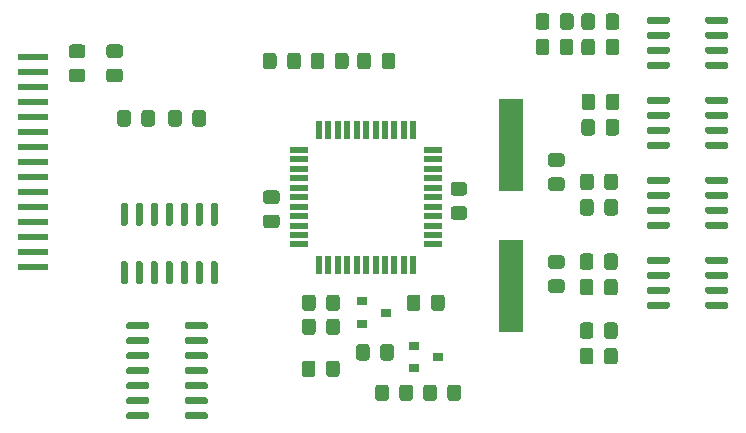
<source format=gbr>
%TF.GenerationSoftware,KiCad,Pcbnew,(5.1.6)-1*%
%TF.CreationDate,2020-05-27T22:40:41+03:00*%
%TF.ProjectId,MD-100 Emulator,4d442d31-3030-4204-956d-756c61746f72,rev?*%
%TF.SameCoordinates,Original*%
%TF.FileFunction,Paste,Top*%
%TF.FilePolarity,Positive*%
%FSLAX46Y46*%
G04 Gerber Fmt 4.6, Leading zero omitted, Abs format (unit mm)*
G04 Created by KiCad (PCBNEW (5.1.6)-1) date 2020-05-27 22:40:41*
%MOMM*%
%LPD*%
G01*
G04 APERTURE LIST*
%ADD10R,2.000000X7.875000*%
%ADD11R,0.550000X1.500000*%
%ADD12R,1.500000X0.550000*%
%ADD13R,0.900000X0.800000*%
%ADD14R,2.540000X0.600000*%
G04 APERTURE END LIST*
%TO.C,U4*%
G36*
G01*
X142964000Y-124005000D02*
X142964000Y-124305000D01*
G75*
G02*
X142814000Y-124455000I-150000J0D01*
G01*
X141164000Y-124455000D01*
G75*
G02*
X141014000Y-124305000I0J150000D01*
G01*
X141014000Y-124005000D01*
G75*
G02*
X141164000Y-123855000I150000J0D01*
G01*
X142814000Y-123855000D01*
G75*
G02*
X142964000Y-124005000I0J-150000D01*
G01*
G37*
G36*
G01*
X142964000Y-122735000D02*
X142964000Y-123035000D01*
G75*
G02*
X142814000Y-123185000I-150000J0D01*
G01*
X141164000Y-123185000D01*
G75*
G02*
X141014000Y-123035000I0J150000D01*
G01*
X141014000Y-122735000D01*
G75*
G02*
X141164000Y-122585000I150000J0D01*
G01*
X142814000Y-122585000D01*
G75*
G02*
X142964000Y-122735000I0J-150000D01*
G01*
G37*
G36*
G01*
X142964000Y-121465000D02*
X142964000Y-121765000D01*
G75*
G02*
X142814000Y-121915000I-150000J0D01*
G01*
X141164000Y-121915000D01*
G75*
G02*
X141014000Y-121765000I0J150000D01*
G01*
X141014000Y-121465000D01*
G75*
G02*
X141164000Y-121315000I150000J0D01*
G01*
X142814000Y-121315000D01*
G75*
G02*
X142964000Y-121465000I0J-150000D01*
G01*
G37*
G36*
G01*
X142964000Y-120195000D02*
X142964000Y-120495000D01*
G75*
G02*
X142814000Y-120645000I-150000J0D01*
G01*
X141164000Y-120645000D01*
G75*
G02*
X141014000Y-120495000I0J150000D01*
G01*
X141014000Y-120195000D01*
G75*
G02*
X141164000Y-120045000I150000J0D01*
G01*
X142814000Y-120045000D01*
G75*
G02*
X142964000Y-120195000I0J-150000D01*
G01*
G37*
G36*
G01*
X147914000Y-120195000D02*
X147914000Y-120495000D01*
G75*
G02*
X147764000Y-120645000I-150000J0D01*
G01*
X146114000Y-120645000D01*
G75*
G02*
X145964000Y-120495000I0J150000D01*
G01*
X145964000Y-120195000D01*
G75*
G02*
X146114000Y-120045000I150000J0D01*
G01*
X147764000Y-120045000D01*
G75*
G02*
X147914000Y-120195000I0J-150000D01*
G01*
G37*
G36*
G01*
X147914000Y-121465000D02*
X147914000Y-121765000D01*
G75*
G02*
X147764000Y-121915000I-150000J0D01*
G01*
X146114000Y-121915000D01*
G75*
G02*
X145964000Y-121765000I0J150000D01*
G01*
X145964000Y-121465000D01*
G75*
G02*
X146114000Y-121315000I150000J0D01*
G01*
X147764000Y-121315000D01*
G75*
G02*
X147914000Y-121465000I0J-150000D01*
G01*
G37*
G36*
G01*
X147914000Y-122735000D02*
X147914000Y-123035000D01*
G75*
G02*
X147764000Y-123185000I-150000J0D01*
G01*
X146114000Y-123185000D01*
G75*
G02*
X145964000Y-123035000I0J150000D01*
G01*
X145964000Y-122735000D01*
G75*
G02*
X146114000Y-122585000I150000J0D01*
G01*
X147764000Y-122585000D01*
G75*
G02*
X147914000Y-122735000I0J-150000D01*
G01*
G37*
G36*
G01*
X147914000Y-124005000D02*
X147914000Y-124305000D01*
G75*
G02*
X147764000Y-124455000I-150000J0D01*
G01*
X146114000Y-124455000D01*
G75*
G02*
X145964000Y-124305000I0J150000D01*
G01*
X145964000Y-124005000D01*
G75*
G02*
X146114000Y-123855000I150000J0D01*
G01*
X147764000Y-123855000D01*
G75*
G02*
X147914000Y-124005000I0J-150000D01*
G01*
G37*
%TD*%
%TO.C,U3*%
G36*
G01*
X142961000Y-117249000D02*
X142961000Y-117549000D01*
G75*
G02*
X142811000Y-117699000I-150000J0D01*
G01*
X141161000Y-117699000D01*
G75*
G02*
X141011000Y-117549000I0J150000D01*
G01*
X141011000Y-117249000D01*
G75*
G02*
X141161000Y-117099000I150000J0D01*
G01*
X142811000Y-117099000D01*
G75*
G02*
X142961000Y-117249000I0J-150000D01*
G01*
G37*
G36*
G01*
X142961000Y-115979000D02*
X142961000Y-116279000D01*
G75*
G02*
X142811000Y-116429000I-150000J0D01*
G01*
X141161000Y-116429000D01*
G75*
G02*
X141011000Y-116279000I0J150000D01*
G01*
X141011000Y-115979000D01*
G75*
G02*
X141161000Y-115829000I150000J0D01*
G01*
X142811000Y-115829000D01*
G75*
G02*
X142961000Y-115979000I0J-150000D01*
G01*
G37*
G36*
G01*
X142961000Y-114709000D02*
X142961000Y-115009000D01*
G75*
G02*
X142811000Y-115159000I-150000J0D01*
G01*
X141161000Y-115159000D01*
G75*
G02*
X141011000Y-115009000I0J150000D01*
G01*
X141011000Y-114709000D01*
G75*
G02*
X141161000Y-114559000I150000J0D01*
G01*
X142811000Y-114559000D01*
G75*
G02*
X142961000Y-114709000I0J-150000D01*
G01*
G37*
G36*
G01*
X142961000Y-113439000D02*
X142961000Y-113739000D01*
G75*
G02*
X142811000Y-113889000I-150000J0D01*
G01*
X141161000Y-113889000D01*
G75*
G02*
X141011000Y-113739000I0J150000D01*
G01*
X141011000Y-113439000D01*
G75*
G02*
X141161000Y-113289000I150000J0D01*
G01*
X142811000Y-113289000D01*
G75*
G02*
X142961000Y-113439000I0J-150000D01*
G01*
G37*
G36*
G01*
X147911000Y-113439000D02*
X147911000Y-113739000D01*
G75*
G02*
X147761000Y-113889000I-150000J0D01*
G01*
X146111000Y-113889000D01*
G75*
G02*
X145961000Y-113739000I0J150000D01*
G01*
X145961000Y-113439000D01*
G75*
G02*
X146111000Y-113289000I150000J0D01*
G01*
X147761000Y-113289000D01*
G75*
G02*
X147911000Y-113439000I0J-150000D01*
G01*
G37*
G36*
G01*
X147911000Y-114709000D02*
X147911000Y-115009000D01*
G75*
G02*
X147761000Y-115159000I-150000J0D01*
G01*
X146111000Y-115159000D01*
G75*
G02*
X145961000Y-115009000I0J150000D01*
G01*
X145961000Y-114709000D01*
G75*
G02*
X146111000Y-114559000I150000J0D01*
G01*
X147761000Y-114559000D01*
G75*
G02*
X147911000Y-114709000I0J-150000D01*
G01*
G37*
G36*
G01*
X147911000Y-115979000D02*
X147911000Y-116279000D01*
G75*
G02*
X147761000Y-116429000I-150000J0D01*
G01*
X146111000Y-116429000D01*
G75*
G02*
X145961000Y-116279000I0J150000D01*
G01*
X145961000Y-115979000D01*
G75*
G02*
X146111000Y-115829000I150000J0D01*
G01*
X147761000Y-115829000D01*
G75*
G02*
X147911000Y-115979000I0J-150000D01*
G01*
G37*
G36*
G01*
X147911000Y-117249000D02*
X147911000Y-117549000D01*
G75*
G02*
X147761000Y-117699000I-150000J0D01*
G01*
X146111000Y-117699000D01*
G75*
G02*
X145961000Y-117549000I0J150000D01*
G01*
X145961000Y-117249000D01*
G75*
G02*
X146111000Y-117099000I150000J0D01*
G01*
X147761000Y-117099000D01*
G75*
G02*
X147911000Y-117249000I0J-150000D01*
G01*
G37*
%TD*%
%TO.C,U2*%
G36*
G01*
X142961000Y-110467000D02*
X142961000Y-110767000D01*
G75*
G02*
X142811000Y-110917000I-150000J0D01*
G01*
X141161000Y-110917000D01*
G75*
G02*
X141011000Y-110767000I0J150000D01*
G01*
X141011000Y-110467000D01*
G75*
G02*
X141161000Y-110317000I150000J0D01*
G01*
X142811000Y-110317000D01*
G75*
G02*
X142961000Y-110467000I0J-150000D01*
G01*
G37*
G36*
G01*
X142961000Y-109197000D02*
X142961000Y-109497000D01*
G75*
G02*
X142811000Y-109647000I-150000J0D01*
G01*
X141161000Y-109647000D01*
G75*
G02*
X141011000Y-109497000I0J150000D01*
G01*
X141011000Y-109197000D01*
G75*
G02*
X141161000Y-109047000I150000J0D01*
G01*
X142811000Y-109047000D01*
G75*
G02*
X142961000Y-109197000I0J-150000D01*
G01*
G37*
G36*
G01*
X142961000Y-107927000D02*
X142961000Y-108227000D01*
G75*
G02*
X142811000Y-108377000I-150000J0D01*
G01*
X141161000Y-108377000D01*
G75*
G02*
X141011000Y-108227000I0J150000D01*
G01*
X141011000Y-107927000D01*
G75*
G02*
X141161000Y-107777000I150000J0D01*
G01*
X142811000Y-107777000D01*
G75*
G02*
X142961000Y-107927000I0J-150000D01*
G01*
G37*
G36*
G01*
X142961000Y-106657000D02*
X142961000Y-106957000D01*
G75*
G02*
X142811000Y-107107000I-150000J0D01*
G01*
X141161000Y-107107000D01*
G75*
G02*
X141011000Y-106957000I0J150000D01*
G01*
X141011000Y-106657000D01*
G75*
G02*
X141161000Y-106507000I150000J0D01*
G01*
X142811000Y-106507000D01*
G75*
G02*
X142961000Y-106657000I0J-150000D01*
G01*
G37*
G36*
G01*
X147911000Y-106657000D02*
X147911000Y-106957000D01*
G75*
G02*
X147761000Y-107107000I-150000J0D01*
G01*
X146111000Y-107107000D01*
G75*
G02*
X145961000Y-106957000I0J150000D01*
G01*
X145961000Y-106657000D01*
G75*
G02*
X146111000Y-106507000I150000J0D01*
G01*
X147761000Y-106507000D01*
G75*
G02*
X147911000Y-106657000I0J-150000D01*
G01*
G37*
G36*
G01*
X147911000Y-107927000D02*
X147911000Y-108227000D01*
G75*
G02*
X147761000Y-108377000I-150000J0D01*
G01*
X146111000Y-108377000D01*
G75*
G02*
X145961000Y-108227000I0J150000D01*
G01*
X145961000Y-107927000D01*
G75*
G02*
X146111000Y-107777000I150000J0D01*
G01*
X147761000Y-107777000D01*
G75*
G02*
X147911000Y-107927000I0J-150000D01*
G01*
G37*
G36*
G01*
X147911000Y-109197000D02*
X147911000Y-109497000D01*
G75*
G02*
X147761000Y-109647000I-150000J0D01*
G01*
X146111000Y-109647000D01*
G75*
G02*
X145961000Y-109497000I0J150000D01*
G01*
X145961000Y-109197000D01*
G75*
G02*
X146111000Y-109047000I150000J0D01*
G01*
X147761000Y-109047000D01*
G75*
G02*
X147911000Y-109197000I0J-150000D01*
G01*
G37*
G36*
G01*
X147911000Y-110467000D02*
X147911000Y-110767000D01*
G75*
G02*
X147761000Y-110917000I-150000J0D01*
G01*
X146111000Y-110917000D01*
G75*
G02*
X145961000Y-110767000I0J150000D01*
G01*
X145961000Y-110467000D01*
G75*
G02*
X146111000Y-110317000I150000J0D01*
G01*
X147761000Y-110317000D01*
G75*
G02*
X147911000Y-110467000I0J-150000D01*
G01*
G37*
%TD*%
%TO.C,U1*%
G36*
G01*
X142961000Y-103685000D02*
X142961000Y-103985000D01*
G75*
G02*
X142811000Y-104135000I-150000J0D01*
G01*
X141161000Y-104135000D01*
G75*
G02*
X141011000Y-103985000I0J150000D01*
G01*
X141011000Y-103685000D01*
G75*
G02*
X141161000Y-103535000I150000J0D01*
G01*
X142811000Y-103535000D01*
G75*
G02*
X142961000Y-103685000I0J-150000D01*
G01*
G37*
G36*
G01*
X142961000Y-102415000D02*
X142961000Y-102715000D01*
G75*
G02*
X142811000Y-102865000I-150000J0D01*
G01*
X141161000Y-102865000D01*
G75*
G02*
X141011000Y-102715000I0J150000D01*
G01*
X141011000Y-102415000D01*
G75*
G02*
X141161000Y-102265000I150000J0D01*
G01*
X142811000Y-102265000D01*
G75*
G02*
X142961000Y-102415000I0J-150000D01*
G01*
G37*
G36*
G01*
X142961000Y-101145000D02*
X142961000Y-101445000D01*
G75*
G02*
X142811000Y-101595000I-150000J0D01*
G01*
X141161000Y-101595000D01*
G75*
G02*
X141011000Y-101445000I0J150000D01*
G01*
X141011000Y-101145000D01*
G75*
G02*
X141161000Y-100995000I150000J0D01*
G01*
X142811000Y-100995000D01*
G75*
G02*
X142961000Y-101145000I0J-150000D01*
G01*
G37*
G36*
G01*
X142961000Y-99875000D02*
X142961000Y-100175000D01*
G75*
G02*
X142811000Y-100325000I-150000J0D01*
G01*
X141161000Y-100325000D01*
G75*
G02*
X141011000Y-100175000I0J150000D01*
G01*
X141011000Y-99875000D01*
G75*
G02*
X141161000Y-99725000I150000J0D01*
G01*
X142811000Y-99725000D01*
G75*
G02*
X142961000Y-99875000I0J-150000D01*
G01*
G37*
G36*
G01*
X147911000Y-99875000D02*
X147911000Y-100175000D01*
G75*
G02*
X147761000Y-100325000I-150000J0D01*
G01*
X146111000Y-100325000D01*
G75*
G02*
X145961000Y-100175000I0J150000D01*
G01*
X145961000Y-99875000D01*
G75*
G02*
X146111000Y-99725000I150000J0D01*
G01*
X147761000Y-99725000D01*
G75*
G02*
X147911000Y-99875000I0J-150000D01*
G01*
G37*
G36*
G01*
X147911000Y-101145000D02*
X147911000Y-101445000D01*
G75*
G02*
X147761000Y-101595000I-150000J0D01*
G01*
X146111000Y-101595000D01*
G75*
G02*
X145961000Y-101445000I0J150000D01*
G01*
X145961000Y-101145000D01*
G75*
G02*
X146111000Y-100995000I150000J0D01*
G01*
X147761000Y-100995000D01*
G75*
G02*
X147911000Y-101145000I0J-150000D01*
G01*
G37*
G36*
G01*
X147911000Y-102415000D02*
X147911000Y-102715000D01*
G75*
G02*
X147761000Y-102865000I-150000J0D01*
G01*
X146111000Y-102865000D01*
G75*
G02*
X145961000Y-102715000I0J150000D01*
G01*
X145961000Y-102415000D01*
G75*
G02*
X146111000Y-102265000I150000J0D01*
G01*
X147761000Y-102265000D01*
G75*
G02*
X147911000Y-102415000I0J-150000D01*
G01*
G37*
G36*
G01*
X147911000Y-103685000D02*
X147911000Y-103985000D01*
G75*
G02*
X147761000Y-104135000I-150000J0D01*
G01*
X146111000Y-104135000D01*
G75*
G02*
X145961000Y-103985000I0J150000D01*
G01*
X145961000Y-103685000D01*
G75*
G02*
X146111000Y-103535000I150000J0D01*
G01*
X147761000Y-103535000D01*
G75*
G02*
X147911000Y-103685000I0J-150000D01*
G01*
G37*
%TD*%
D10*
%TO.C,Y1*%
X129540000Y-122498500D03*
X129540000Y-110623500D03*
%TD*%
D11*
%TO.C,U7*%
X113246000Y-109311000D03*
X114046000Y-109311000D03*
X114846000Y-109311000D03*
X115646000Y-109311000D03*
X116446000Y-109311000D03*
X117246000Y-109311000D03*
X118046000Y-109311000D03*
X118846000Y-109311000D03*
X119646000Y-109311000D03*
X120446000Y-109311000D03*
X121246000Y-109311000D03*
D12*
X122946000Y-111011000D03*
X122946000Y-111811000D03*
X122946000Y-112611000D03*
X122946000Y-113411000D03*
X122946000Y-114211000D03*
X122946000Y-115011000D03*
X122946000Y-115811000D03*
X122946000Y-116611000D03*
X122946000Y-117411000D03*
X122946000Y-118211000D03*
X122946000Y-119011000D03*
D11*
X121246000Y-120711000D03*
X120446000Y-120711000D03*
X119646000Y-120711000D03*
X118846000Y-120711000D03*
X118046000Y-120711000D03*
X117246000Y-120711000D03*
X116446000Y-120711000D03*
X115646000Y-120711000D03*
X114846000Y-120711000D03*
X114046000Y-120711000D03*
X113246000Y-120711000D03*
D12*
X111546000Y-119011000D03*
X111546000Y-118211000D03*
X111546000Y-117411000D03*
X111546000Y-116611000D03*
X111546000Y-115811000D03*
X111546000Y-115011000D03*
X111546000Y-114211000D03*
X111546000Y-113411000D03*
X111546000Y-112611000D03*
X111546000Y-111811000D03*
X111546000Y-111011000D03*
%TD*%
%TO.C,U6*%
G36*
G01*
X98895000Y-133378000D02*
X98895000Y-133678000D01*
G75*
G02*
X98745000Y-133828000I-150000J0D01*
G01*
X97095000Y-133828000D01*
G75*
G02*
X96945000Y-133678000I0J150000D01*
G01*
X96945000Y-133378000D01*
G75*
G02*
X97095000Y-133228000I150000J0D01*
G01*
X98745000Y-133228000D01*
G75*
G02*
X98895000Y-133378000I0J-150000D01*
G01*
G37*
G36*
G01*
X98895000Y-132108000D02*
X98895000Y-132408000D01*
G75*
G02*
X98745000Y-132558000I-150000J0D01*
G01*
X97095000Y-132558000D01*
G75*
G02*
X96945000Y-132408000I0J150000D01*
G01*
X96945000Y-132108000D01*
G75*
G02*
X97095000Y-131958000I150000J0D01*
G01*
X98745000Y-131958000D01*
G75*
G02*
X98895000Y-132108000I0J-150000D01*
G01*
G37*
G36*
G01*
X98895000Y-130838000D02*
X98895000Y-131138000D01*
G75*
G02*
X98745000Y-131288000I-150000J0D01*
G01*
X97095000Y-131288000D01*
G75*
G02*
X96945000Y-131138000I0J150000D01*
G01*
X96945000Y-130838000D01*
G75*
G02*
X97095000Y-130688000I150000J0D01*
G01*
X98745000Y-130688000D01*
G75*
G02*
X98895000Y-130838000I0J-150000D01*
G01*
G37*
G36*
G01*
X98895000Y-129568000D02*
X98895000Y-129868000D01*
G75*
G02*
X98745000Y-130018000I-150000J0D01*
G01*
X97095000Y-130018000D01*
G75*
G02*
X96945000Y-129868000I0J150000D01*
G01*
X96945000Y-129568000D01*
G75*
G02*
X97095000Y-129418000I150000J0D01*
G01*
X98745000Y-129418000D01*
G75*
G02*
X98895000Y-129568000I0J-150000D01*
G01*
G37*
G36*
G01*
X98895000Y-128298000D02*
X98895000Y-128598000D01*
G75*
G02*
X98745000Y-128748000I-150000J0D01*
G01*
X97095000Y-128748000D01*
G75*
G02*
X96945000Y-128598000I0J150000D01*
G01*
X96945000Y-128298000D01*
G75*
G02*
X97095000Y-128148000I150000J0D01*
G01*
X98745000Y-128148000D01*
G75*
G02*
X98895000Y-128298000I0J-150000D01*
G01*
G37*
G36*
G01*
X98895000Y-127028000D02*
X98895000Y-127328000D01*
G75*
G02*
X98745000Y-127478000I-150000J0D01*
G01*
X97095000Y-127478000D01*
G75*
G02*
X96945000Y-127328000I0J150000D01*
G01*
X96945000Y-127028000D01*
G75*
G02*
X97095000Y-126878000I150000J0D01*
G01*
X98745000Y-126878000D01*
G75*
G02*
X98895000Y-127028000I0J-150000D01*
G01*
G37*
G36*
G01*
X98895000Y-125758000D02*
X98895000Y-126058000D01*
G75*
G02*
X98745000Y-126208000I-150000J0D01*
G01*
X97095000Y-126208000D01*
G75*
G02*
X96945000Y-126058000I0J150000D01*
G01*
X96945000Y-125758000D01*
G75*
G02*
X97095000Y-125608000I150000J0D01*
G01*
X98745000Y-125608000D01*
G75*
G02*
X98895000Y-125758000I0J-150000D01*
G01*
G37*
G36*
G01*
X103845000Y-125758000D02*
X103845000Y-126058000D01*
G75*
G02*
X103695000Y-126208000I-150000J0D01*
G01*
X102045000Y-126208000D01*
G75*
G02*
X101895000Y-126058000I0J150000D01*
G01*
X101895000Y-125758000D01*
G75*
G02*
X102045000Y-125608000I150000J0D01*
G01*
X103695000Y-125608000D01*
G75*
G02*
X103845000Y-125758000I0J-150000D01*
G01*
G37*
G36*
G01*
X103845000Y-127028000D02*
X103845000Y-127328000D01*
G75*
G02*
X103695000Y-127478000I-150000J0D01*
G01*
X102045000Y-127478000D01*
G75*
G02*
X101895000Y-127328000I0J150000D01*
G01*
X101895000Y-127028000D01*
G75*
G02*
X102045000Y-126878000I150000J0D01*
G01*
X103695000Y-126878000D01*
G75*
G02*
X103845000Y-127028000I0J-150000D01*
G01*
G37*
G36*
G01*
X103845000Y-128298000D02*
X103845000Y-128598000D01*
G75*
G02*
X103695000Y-128748000I-150000J0D01*
G01*
X102045000Y-128748000D01*
G75*
G02*
X101895000Y-128598000I0J150000D01*
G01*
X101895000Y-128298000D01*
G75*
G02*
X102045000Y-128148000I150000J0D01*
G01*
X103695000Y-128148000D01*
G75*
G02*
X103845000Y-128298000I0J-150000D01*
G01*
G37*
G36*
G01*
X103845000Y-129568000D02*
X103845000Y-129868000D01*
G75*
G02*
X103695000Y-130018000I-150000J0D01*
G01*
X102045000Y-130018000D01*
G75*
G02*
X101895000Y-129868000I0J150000D01*
G01*
X101895000Y-129568000D01*
G75*
G02*
X102045000Y-129418000I150000J0D01*
G01*
X103695000Y-129418000D01*
G75*
G02*
X103845000Y-129568000I0J-150000D01*
G01*
G37*
G36*
G01*
X103845000Y-130838000D02*
X103845000Y-131138000D01*
G75*
G02*
X103695000Y-131288000I-150000J0D01*
G01*
X102045000Y-131288000D01*
G75*
G02*
X101895000Y-131138000I0J150000D01*
G01*
X101895000Y-130838000D01*
G75*
G02*
X102045000Y-130688000I150000J0D01*
G01*
X103695000Y-130688000D01*
G75*
G02*
X103845000Y-130838000I0J-150000D01*
G01*
G37*
G36*
G01*
X103845000Y-132108000D02*
X103845000Y-132408000D01*
G75*
G02*
X103695000Y-132558000I-150000J0D01*
G01*
X102045000Y-132558000D01*
G75*
G02*
X101895000Y-132408000I0J150000D01*
G01*
X101895000Y-132108000D01*
G75*
G02*
X102045000Y-131958000I150000J0D01*
G01*
X103695000Y-131958000D01*
G75*
G02*
X103845000Y-132108000I0J-150000D01*
G01*
G37*
G36*
G01*
X103845000Y-133378000D02*
X103845000Y-133678000D01*
G75*
G02*
X103695000Y-133828000I-150000J0D01*
G01*
X102045000Y-133828000D01*
G75*
G02*
X101895000Y-133678000I0J150000D01*
G01*
X101895000Y-133378000D01*
G75*
G02*
X102045000Y-133228000I150000J0D01*
G01*
X103695000Y-133228000D01*
G75*
G02*
X103845000Y-133378000I0J-150000D01*
G01*
G37*
%TD*%
%TO.C,U5*%
G36*
G01*
X96924000Y-117437000D02*
X96624000Y-117437000D01*
G75*
G02*
X96474000Y-117287000I0J150000D01*
G01*
X96474000Y-115637000D01*
G75*
G02*
X96624000Y-115487000I150000J0D01*
G01*
X96924000Y-115487000D01*
G75*
G02*
X97074000Y-115637000I0J-150000D01*
G01*
X97074000Y-117287000D01*
G75*
G02*
X96924000Y-117437000I-150000J0D01*
G01*
G37*
G36*
G01*
X98194000Y-117437000D02*
X97894000Y-117437000D01*
G75*
G02*
X97744000Y-117287000I0J150000D01*
G01*
X97744000Y-115637000D01*
G75*
G02*
X97894000Y-115487000I150000J0D01*
G01*
X98194000Y-115487000D01*
G75*
G02*
X98344000Y-115637000I0J-150000D01*
G01*
X98344000Y-117287000D01*
G75*
G02*
X98194000Y-117437000I-150000J0D01*
G01*
G37*
G36*
G01*
X99464000Y-117437000D02*
X99164000Y-117437000D01*
G75*
G02*
X99014000Y-117287000I0J150000D01*
G01*
X99014000Y-115637000D01*
G75*
G02*
X99164000Y-115487000I150000J0D01*
G01*
X99464000Y-115487000D01*
G75*
G02*
X99614000Y-115637000I0J-150000D01*
G01*
X99614000Y-117287000D01*
G75*
G02*
X99464000Y-117437000I-150000J0D01*
G01*
G37*
G36*
G01*
X100734000Y-117437000D02*
X100434000Y-117437000D01*
G75*
G02*
X100284000Y-117287000I0J150000D01*
G01*
X100284000Y-115637000D01*
G75*
G02*
X100434000Y-115487000I150000J0D01*
G01*
X100734000Y-115487000D01*
G75*
G02*
X100884000Y-115637000I0J-150000D01*
G01*
X100884000Y-117287000D01*
G75*
G02*
X100734000Y-117437000I-150000J0D01*
G01*
G37*
G36*
G01*
X102004000Y-117437000D02*
X101704000Y-117437000D01*
G75*
G02*
X101554000Y-117287000I0J150000D01*
G01*
X101554000Y-115637000D01*
G75*
G02*
X101704000Y-115487000I150000J0D01*
G01*
X102004000Y-115487000D01*
G75*
G02*
X102154000Y-115637000I0J-150000D01*
G01*
X102154000Y-117287000D01*
G75*
G02*
X102004000Y-117437000I-150000J0D01*
G01*
G37*
G36*
G01*
X103274000Y-117437000D02*
X102974000Y-117437000D01*
G75*
G02*
X102824000Y-117287000I0J150000D01*
G01*
X102824000Y-115637000D01*
G75*
G02*
X102974000Y-115487000I150000J0D01*
G01*
X103274000Y-115487000D01*
G75*
G02*
X103424000Y-115637000I0J-150000D01*
G01*
X103424000Y-117287000D01*
G75*
G02*
X103274000Y-117437000I-150000J0D01*
G01*
G37*
G36*
G01*
X104544000Y-117437000D02*
X104244000Y-117437000D01*
G75*
G02*
X104094000Y-117287000I0J150000D01*
G01*
X104094000Y-115637000D01*
G75*
G02*
X104244000Y-115487000I150000J0D01*
G01*
X104544000Y-115487000D01*
G75*
G02*
X104694000Y-115637000I0J-150000D01*
G01*
X104694000Y-117287000D01*
G75*
G02*
X104544000Y-117437000I-150000J0D01*
G01*
G37*
G36*
G01*
X104544000Y-122387000D02*
X104244000Y-122387000D01*
G75*
G02*
X104094000Y-122237000I0J150000D01*
G01*
X104094000Y-120587000D01*
G75*
G02*
X104244000Y-120437000I150000J0D01*
G01*
X104544000Y-120437000D01*
G75*
G02*
X104694000Y-120587000I0J-150000D01*
G01*
X104694000Y-122237000D01*
G75*
G02*
X104544000Y-122387000I-150000J0D01*
G01*
G37*
G36*
G01*
X103274000Y-122387000D02*
X102974000Y-122387000D01*
G75*
G02*
X102824000Y-122237000I0J150000D01*
G01*
X102824000Y-120587000D01*
G75*
G02*
X102974000Y-120437000I150000J0D01*
G01*
X103274000Y-120437000D01*
G75*
G02*
X103424000Y-120587000I0J-150000D01*
G01*
X103424000Y-122237000D01*
G75*
G02*
X103274000Y-122387000I-150000J0D01*
G01*
G37*
G36*
G01*
X102004000Y-122387000D02*
X101704000Y-122387000D01*
G75*
G02*
X101554000Y-122237000I0J150000D01*
G01*
X101554000Y-120587000D01*
G75*
G02*
X101704000Y-120437000I150000J0D01*
G01*
X102004000Y-120437000D01*
G75*
G02*
X102154000Y-120587000I0J-150000D01*
G01*
X102154000Y-122237000D01*
G75*
G02*
X102004000Y-122387000I-150000J0D01*
G01*
G37*
G36*
G01*
X100734000Y-122387000D02*
X100434000Y-122387000D01*
G75*
G02*
X100284000Y-122237000I0J150000D01*
G01*
X100284000Y-120587000D01*
G75*
G02*
X100434000Y-120437000I150000J0D01*
G01*
X100734000Y-120437000D01*
G75*
G02*
X100884000Y-120587000I0J-150000D01*
G01*
X100884000Y-122237000D01*
G75*
G02*
X100734000Y-122387000I-150000J0D01*
G01*
G37*
G36*
G01*
X99464000Y-122387000D02*
X99164000Y-122387000D01*
G75*
G02*
X99014000Y-122237000I0J150000D01*
G01*
X99014000Y-120587000D01*
G75*
G02*
X99164000Y-120437000I150000J0D01*
G01*
X99464000Y-120437000D01*
G75*
G02*
X99614000Y-120587000I0J-150000D01*
G01*
X99614000Y-122237000D01*
G75*
G02*
X99464000Y-122387000I-150000J0D01*
G01*
G37*
G36*
G01*
X98194000Y-122387000D02*
X97894000Y-122387000D01*
G75*
G02*
X97744000Y-122237000I0J150000D01*
G01*
X97744000Y-120587000D01*
G75*
G02*
X97894000Y-120437000I150000J0D01*
G01*
X98194000Y-120437000D01*
G75*
G02*
X98344000Y-120587000I0J-150000D01*
G01*
X98344000Y-122237000D01*
G75*
G02*
X98194000Y-122387000I-150000J0D01*
G01*
G37*
G36*
G01*
X96924000Y-122387000D02*
X96624000Y-122387000D01*
G75*
G02*
X96474000Y-122237000I0J150000D01*
G01*
X96474000Y-120587000D01*
G75*
G02*
X96624000Y-120437000I150000J0D01*
G01*
X96924000Y-120437000D01*
G75*
G02*
X97074000Y-120587000I0J-150000D01*
G01*
X97074000Y-122237000D01*
G75*
G02*
X96924000Y-122387000I-150000J0D01*
G01*
G37*
%TD*%
%TO.C,R21*%
G36*
G01*
X118442000Y-128593001D02*
X118442000Y-127692999D01*
G75*
G02*
X118691999Y-127443000I249999J0D01*
G01*
X119342001Y-127443000D01*
G75*
G02*
X119592000Y-127692999I0J-249999D01*
G01*
X119592000Y-128593001D01*
G75*
G02*
X119342001Y-128843000I-249999J0D01*
G01*
X118691999Y-128843000D01*
G75*
G02*
X118442000Y-128593001I0J249999D01*
G01*
G37*
G36*
G01*
X116392000Y-128593001D02*
X116392000Y-127692999D01*
G75*
G02*
X116641999Y-127443000I249999J0D01*
G01*
X117292001Y-127443000D01*
G75*
G02*
X117542000Y-127692999I0J-249999D01*
G01*
X117542000Y-128593001D01*
G75*
G02*
X117292001Y-128843000I-249999J0D01*
G01*
X116641999Y-128843000D01*
G75*
G02*
X116392000Y-128593001I0J249999D01*
G01*
G37*
%TD*%
%TO.C,R20*%
G36*
G01*
X112952000Y-129089999D02*
X112952000Y-129990001D01*
G75*
G02*
X112702001Y-130240000I-249999J0D01*
G01*
X112051999Y-130240000D01*
G75*
G02*
X111802000Y-129990001I0J249999D01*
G01*
X111802000Y-129089999D01*
G75*
G02*
X112051999Y-128840000I249999J0D01*
G01*
X112702001Y-128840000D01*
G75*
G02*
X112952000Y-129089999I0J-249999D01*
G01*
G37*
G36*
G01*
X115002000Y-129089999D02*
X115002000Y-129990001D01*
G75*
G02*
X114752001Y-130240000I-249999J0D01*
G01*
X114101999Y-130240000D01*
G75*
G02*
X113852000Y-129990001I0J249999D01*
G01*
X113852000Y-129089999D01*
G75*
G02*
X114101999Y-128840000I249999J0D01*
G01*
X114752001Y-128840000D01*
G75*
G02*
X115002000Y-129089999I0J-249999D01*
G01*
G37*
%TD*%
%TO.C,R19*%
G36*
G01*
X113870000Y-126434001D02*
X113870000Y-125533999D01*
G75*
G02*
X114119999Y-125284000I249999J0D01*
G01*
X114770001Y-125284000D01*
G75*
G02*
X115020000Y-125533999I0J-249999D01*
G01*
X115020000Y-126434001D01*
G75*
G02*
X114770001Y-126684000I-249999J0D01*
G01*
X114119999Y-126684000D01*
G75*
G02*
X113870000Y-126434001I0J249999D01*
G01*
G37*
G36*
G01*
X111820000Y-126434001D02*
X111820000Y-125533999D01*
G75*
G02*
X112069999Y-125284000I249999J0D01*
G01*
X112720001Y-125284000D01*
G75*
G02*
X112970000Y-125533999I0J-249999D01*
G01*
X112970000Y-126434001D01*
G75*
G02*
X112720001Y-126684000I-249999J0D01*
G01*
X112069999Y-126684000D01*
G75*
G02*
X111820000Y-126434001I0J249999D01*
G01*
G37*
%TD*%
%TO.C,R18*%
G36*
G01*
X113870000Y-124402001D02*
X113870000Y-123501999D01*
G75*
G02*
X114119999Y-123252000I249999J0D01*
G01*
X114770001Y-123252000D01*
G75*
G02*
X115020000Y-123501999I0J-249999D01*
G01*
X115020000Y-124402001D01*
G75*
G02*
X114770001Y-124652000I-249999J0D01*
G01*
X114119999Y-124652000D01*
G75*
G02*
X113870000Y-124402001I0J249999D01*
G01*
G37*
G36*
G01*
X111820000Y-124402001D02*
X111820000Y-123501999D01*
G75*
G02*
X112069999Y-123252000I249999J0D01*
G01*
X112720001Y-123252000D01*
G75*
G02*
X112970000Y-123501999I0J-249999D01*
G01*
X112970000Y-124402001D01*
G75*
G02*
X112720001Y-124652000I-249999J0D01*
G01*
X112069999Y-124652000D01*
G75*
G02*
X111820000Y-124402001I0J249999D01*
G01*
G37*
%TD*%
%TO.C,R17*%
G36*
G01*
X98231000Y-108781001D02*
X98231000Y-107880999D01*
G75*
G02*
X98480999Y-107631000I249999J0D01*
G01*
X99131001Y-107631000D01*
G75*
G02*
X99381000Y-107880999I0J-249999D01*
G01*
X99381000Y-108781001D01*
G75*
G02*
X99131001Y-109031000I-249999J0D01*
G01*
X98480999Y-109031000D01*
G75*
G02*
X98231000Y-108781001I0J249999D01*
G01*
G37*
G36*
G01*
X96181000Y-108781001D02*
X96181000Y-107880999D01*
G75*
G02*
X96430999Y-107631000I249999J0D01*
G01*
X97081001Y-107631000D01*
G75*
G02*
X97331000Y-107880999I0J-249999D01*
G01*
X97331000Y-108781001D01*
G75*
G02*
X97081001Y-109031000I-249999J0D01*
G01*
X96430999Y-109031000D01*
G75*
G02*
X96181000Y-108781001I0J249999D01*
G01*
G37*
%TD*%
%TO.C,R16*%
G36*
G01*
X122751000Y-124402001D02*
X122751000Y-123501999D01*
G75*
G02*
X123000999Y-123252000I249999J0D01*
G01*
X123651001Y-123252000D01*
G75*
G02*
X123901000Y-123501999I0J-249999D01*
G01*
X123901000Y-124402001D01*
G75*
G02*
X123651001Y-124652000I-249999J0D01*
G01*
X123000999Y-124652000D01*
G75*
G02*
X122751000Y-124402001I0J249999D01*
G01*
G37*
G36*
G01*
X120701000Y-124402001D02*
X120701000Y-123501999D01*
G75*
G02*
X120950999Y-123252000I249999J0D01*
G01*
X121601001Y-123252000D01*
G75*
G02*
X121851000Y-123501999I0J-249999D01*
G01*
X121851000Y-124402001D01*
G75*
G02*
X121601001Y-124652000I-249999J0D01*
G01*
X120950999Y-124652000D01*
G75*
G02*
X120701000Y-124402001I0J249999D01*
G01*
G37*
%TD*%
%TO.C,R15*%
G36*
G01*
X137390000Y-126764001D02*
X137390000Y-125863999D01*
G75*
G02*
X137639999Y-125614000I249999J0D01*
G01*
X138290001Y-125614000D01*
G75*
G02*
X138540000Y-125863999I0J-249999D01*
G01*
X138540000Y-126764001D01*
G75*
G02*
X138290001Y-127014000I-249999J0D01*
G01*
X137639999Y-127014000D01*
G75*
G02*
X137390000Y-126764001I0J249999D01*
G01*
G37*
G36*
G01*
X135340000Y-126764001D02*
X135340000Y-125863999D01*
G75*
G02*
X135589999Y-125614000I249999J0D01*
G01*
X136240001Y-125614000D01*
G75*
G02*
X136490000Y-125863999I0J-249999D01*
G01*
X136490000Y-126764001D01*
G75*
G02*
X136240001Y-127014000I-249999J0D01*
G01*
X135589999Y-127014000D01*
G75*
G02*
X135340000Y-126764001I0J249999D01*
G01*
G37*
%TD*%
%TO.C,R14*%
G36*
G01*
X137390000Y-128923001D02*
X137390000Y-128022999D01*
G75*
G02*
X137639999Y-127773000I249999J0D01*
G01*
X138290001Y-127773000D01*
G75*
G02*
X138540000Y-128022999I0J-249999D01*
G01*
X138540000Y-128923001D01*
G75*
G02*
X138290001Y-129173000I-249999J0D01*
G01*
X137639999Y-129173000D01*
G75*
G02*
X137390000Y-128923001I0J249999D01*
G01*
G37*
G36*
G01*
X135340000Y-128923001D02*
X135340000Y-128022999D01*
G75*
G02*
X135589999Y-127773000I249999J0D01*
G01*
X136240001Y-127773000D01*
G75*
G02*
X136490000Y-128022999I0J-249999D01*
G01*
X136490000Y-128923001D01*
G75*
G02*
X136240001Y-129173000I-249999J0D01*
G01*
X135589999Y-129173000D01*
G75*
G02*
X135340000Y-128923001I0J249999D01*
G01*
G37*
%TD*%
%TO.C,R13*%
G36*
G01*
X132752000Y-101847999D02*
X132752000Y-102748001D01*
G75*
G02*
X132502001Y-102998000I-249999J0D01*
G01*
X131851999Y-102998000D01*
G75*
G02*
X131602000Y-102748001I0J249999D01*
G01*
X131602000Y-101847999D01*
G75*
G02*
X131851999Y-101598000I249999J0D01*
G01*
X132502001Y-101598000D01*
G75*
G02*
X132752000Y-101847999I0J-249999D01*
G01*
G37*
G36*
G01*
X134802000Y-101847999D02*
X134802000Y-102748001D01*
G75*
G02*
X134552001Y-102998000I-249999J0D01*
G01*
X133901999Y-102998000D01*
G75*
G02*
X133652000Y-102748001I0J249999D01*
G01*
X133652000Y-101847999D01*
G75*
G02*
X133901999Y-101598000I249999J0D01*
G01*
X134552001Y-101598000D01*
G75*
G02*
X134802000Y-101847999I0J-249999D01*
G01*
G37*
%TD*%
%TO.C,R12*%
G36*
G01*
X110568000Y-103930001D02*
X110568000Y-103029999D01*
G75*
G02*
X110817999Y-102780000I249999J0D01*
G01*
X111468001Y-102780000D01*
G75*
G02*
X111718000Y-103029999I0J-249999D01*
G01*
X111718000Y-103930001D01*
G75*
G02*
X111468001Y-104180000I-249999J0D01*
G01*
X110817999Y-104180000D01*
G75*
G02*
X110568000Y-103930001I0J249999D01*
G01*
G37*
G36*
G01*
X108518000Y-103930001D02*
X108518000Y-103029999D01*
G75*
G02*
X108767999Y-102780000I249999J0D01*
G01*
X109418001Y-102780000D01*
G75*
G02*
X109668000Y-103029999I0J-249999D01*
G01*
X109668000Y-103930001D01*
G75*
G02*
X109418001Y-104180000I-249999J0D01*
G01*
X108767999Y-104180000D01*
G75*
G02*
X108518000Y-103930001I0J249999D01*
G01*
G37*
%TD*%
%TO.C,R11*%
G36*
G01*
X132760000Y-99689999D02*
X132760000Y-100590001D01*
G75*
G02*
X132510001Y-100840000I-249999J0D01*
G01*
X131859999Y-100840000D01*
G75*
G02*
X131610000Y-100590001I0J249999D01*
G01*
X131610000Y-99689999D01*
G75*
G02*
X131859999Y-99440000I249999J0D01*
G01*
X132510001Y-99440000D01*
G75*
G02*
X132760000Y-99689999I0J-249999D01*
G01*
G37*
G36*
G01*
X134810000Y-99689999D02*
X134810000Y-100590001D01*
G75*
G02*
X134560001Y-100840000I-249999J0D01*
G01*
X133909999Y-100840000D01*
G75*
G02*
X133660000Y-100590001I0J249999D01*
G01*
X133660000Y-99689999D01*
G75*
G02*
X133909999Y-99440000I249999J0D01*
G01*
X134560001Y-99440000D01*
G75*
G02*
X134810000Y-99689999I0J-249999D01*
G01*
G37*
%TD*%
%TO.C,R10*%
G36*
G01*
X117660000Y-103029999D02*
X117660000Y-103930001D01*
G75*
G02*
X117410001Y-104180000I-249999J0D01*
G01*
X116759999Y-104180000D01*
G75*
G02*
X116510000Y-103930001I0J249999D01*
G01*
X116510000Y-103029999D01*
G75*
G02*
X116759999Y-102780000I249999J0D01*
G01*
X117410001Y-102780000D01*
G75*
G02*
X117660000Y-103029999I0J-249999D01*
G01*
G37*
G36*
G01*
X119710000Y-103029999D02*
X119710000Y-103930001D01*
G75*
G02*
X119460001Y-104180000I-249999J0D01*
G01*
X118809999Y-104180000D01*
G75*
G02*
X118560000Y-103930001I0J249999D01*
G01*
X118560000Y-103029999D01*
G75*
G02*
X118809999Y-102780000I249999J0D01*
G01*
X119460001Y-102780000D01*
G75*
G02*
X119710000Y-103029999I0J-249999D01*
G01*
G37*
%TD*%
%TO.C,R9*%
G36*
G01*
X124139000Y-132022001D02*
X124139000Y-131121999D01*
G75*
G02*
X124388999Y-130872000I249999J0D01*
G01*
X125039001Y-130872000D01*
G75*
G02*
X125289000Y-131121999I0J-249999D01*
G01*
X125289000Y-132022001D01*
G75*
G02*
X125039001Y-132272000I-249999J0D01*
G01*
X124388999Y-132272000D01*
G75*
G02*
X124139000Y-132022001I0J249999D01*
G01*
G37*
G36*
G01*
X122089000Y-132022001D02*
X122089000Y-131121999D01*
G75*
G02*
X122338999Y-130872000I249999J0D01*
G01*
X122989001Y-130872000D01*
G75*
G02*
X123239000Y-131121999I0J-249999D01*
G01*
X123239000Y-132022001D01*
G75*
G02*
X122989001Y-132272000I-249999J0D01*
G01*
X122338999Y-132272000D01*
G75*
G02*
X122089000Y-132022001I0J249999D01*
G01*
G37*
%TD*%
%TO.C,R8*%
G36*
G01*
X137390000Y-123081001D02*
X137390000Y-122180999D01*
G75*
G02*
X137639999Y-121931000I249999J0D01*
G01*
X138290001Y-121931000D01*
G75*
G02*
X138540000Y-122180999I0J-249999D01*
G01*
X138540000Y-123081001D01*
G75*
G02*
X138290001Y-123331000I-249999J0D01*
G01*
X137639999Y-123331000D01*
G75*
G02*
X137390000Y-123081001I0J249999D01*
G01*
G37*
G36*
G01*
X135340000Y-123081001D02*
X135340000Y-122180999D01*
G75*
G02*
X135589999Y-121931000I249999J0D01*
G01*
X136240001Y-121931000D01*
G75*
G02*
X136490000Y-122180999I0J-249999D01*
G01*
X136490000Y-123081001D01*
G75*
G02*
X136240001Y-123331000I-249999J0D01*
G01*
X135589999Y-123331000D01*
G75*
G02*
X135340000Y-123081001I0J249999D01*
G01*
G37*
%TD*%
%TO.C,R7*%
G36*
G01*
X137390000Y-120922001D02*
X137390000Y-120021999D01*
G75*
G02*
X137639999Y-119772000I249999J0D01*
G01*
X138290001Y-119772000D01*
G75*
G02*
X138540000Y-120021999I0J-249999D01*
G01*
X138540000Y-120922001D01*
G75*
G02*
X138290001Y-121172000I-249999J0D01*
G01*
X137639999Y-121172000D01*
G75*
G02*
X137390000Y-120922001I0J249999D01*
G01*
G37*
G36*
G01*
X135340000Y-120922001D02*
X135340000Y-120021999D01*
G75*
G02*
X135589999Y-119772000I249999J0D01*
G01*
X136240001Y-119772000D01*
G75*
G02*
X136490000Y-120021999I0J-249999D01*
G01*
X136490000Y-120922001D01*
G75*
G02*
X136240001Y-121172000I-249999J0D01*
G01*
X135589999Y-121172000D01*
G75*
G02*
X135340000Y-120922001I0J249999D01*
G01*
G37*
%TD*%
%TO.C,R6*%
G36*
G01*
X137416000Y-116325001D02*
X137416000Y-115424999D01*
G75*
G02*
X137665999Y-115175000I249999J0D01*
G01*
X138316001Y-115175000D01*
G75*
G02*
X138566000Y-115424999I0J-249999D01*
G01*
X138566000Y-116325001D01*
G75*
G02*
X138316001Y-116575000I-249999J0D01*
G01*
X137665999Y-116575000D01*
G75*
G02*
X137416000Y-116325001I0J249999D01*
G01*
G37*
G36*
G01*
X135366000Y-116325001D02*
X135366000Y-115424999D01*
G75*
G02*
X135615999Y-115175000I249999J0D01*
G01*
X136266001Y-115175000D01*
G75*
G02*
X136516000Y-115424999I0J-249999D01*
G01*
X136516000Y-116325001D01*
G75*
G02*
X136266001Y-116575000I-249999J0D01*
G01*
X135615999Y-116575000D01*
G75*
G02*
X135366000Y-116325001I0J249999D01*
G01*
G37*
%TD*%
%TO.C,R5*%
G36*
G01*
X137416000Y-114166001D02*
X137416000Y-113265999D01*
G75*
G02*
X137665999Y-113016000I249999J0D01*
G01*
X138316001Y-113016000D01*
G75*
G02*
X138566000Y-113265999I0J-249999D01*
G01*
X138566000Y-114166001D01*
G75*
G02*
X138316001Y-114416000I-249999J0D01*
G01*
X137665999Y-114416000D01*
G75*
G02*
X137416000Y-114166001I0J249999D01*
G01*
G37*
G36*
G01*
X135366000Y-114166001D02*
X135366000Y-113265999D01*
G75*
G02*
X135615999Y-113016000I249999J0D01*
G01*
X136266001Y-113016000D01*
G75*
G02*
X136516000Y-113265999I0J-249999D01*
G01*
X136516000Y-114166001D01*
G75*
G02*
X136266001Y-114416000I-249999J0D01*
G01*
X135615999Y-114416000D01*
G75*
G02*
X135366000Y-114166001I0J249999D01*
G01*
G37*
%TD*%
%TO.C,R4*%
G36*
G01*
X137525000Y-109543001D02*
X137525000Y-108642999D01*
G75*
G02*
X137774999Y-108393000I249999J0D01*
G01*
X138425001Y-108393000D01*
G75*
G02*
X138675000Y-108642999I0J-249999D01*
G01*
X138675000Y-109543001D01*
G75*
G02*
X138425001Y-109793000I-249999J0D01*
G01*
X137774999Y-109793000D01*
G75*
G02*
X137525000Y-109543001I0J249999D01*
G01*
G37*
G36*
G01*
X135475000Y-109543001D02*
X135475000Y-108642999D01*
G75*
G02*
X135724999Y-108393000I249999J0D01*
G01*
X136375001Y-108393000D01*
G75*
G02*
X136625000Y-108642999I0J-249999D01*
G01*
X136625000Y-109543001D01*
G75*
G02*
X136375001Y-109793000I-249999J0D01*
G01*
X135724999Y-109793000D01*
G75*
G02*
X135475000Y-109543001I0J249999D01*
G01*
G37*
%TD*%
%TO.C,R3*%
G36*
G01*
X137543000Y-107384001D02*
X137543000Y-106483999D01*
G75*
G02*
X137792999Y-106234000I249999J0D01*
G01*
X138443001Y-106234000D01*
G75*
G02*
X138693000Y-106483999I0J-249999D01*
G01*
X138693000Y-107384001D01*
G75*
G02*
X138443001Y-107634000I-249999J0D01*
G01*
X137792999Y-107634000D01*
G75*
G02*
X137543000Y-107384001I0J249999D01*
G01*
G37*
G36*
G01*
X135493000Y-107384001D02*
X135493000Y-106483999D01*
G75*
G02*
X135742999Y-106234000I249999J0D01*
G01*
X136393001Y-106234000D01*
G75*
G02*
X136643000Y-106483999I0J-249999D01*
G01*
X136643000Y-107384001D01*
G75*
G02*
X136393001Y-107634000I-249999J0D01*
G01*
X135742999Y-107634000D01*
G75*
G02*
X135493000Y-107384001I0J249999D01*
G01*
G37*
%TD*%
%TO.C,R2*%
G36*
G01*
X137534000Y-102761001D02*
X137534000Y-101860999D01*
G75*
G02*
X137783999Y-101611000I249999J0D01*
G01*
X138434001Y-101611000D01*
G75*
G02*
X138684000Y-101860999I0J-249999D01*
G01*
X138684000Y-102761001D01*
G75*
G02*
X138434001Y-103011000I-249999J0D01*
G01*
X137783999Y-103011000D01*
G75*
G02*
X137534000Y-102761001I0J249999D01*
G01*
G37*
G36*
G01*
X135484000Y-102761001D02*
X135484000Y-101860999D01*
G75*
G02*
X135733999Y-101611000I249999J0D01*
G01*
X136384001Y-101611000D01*
G75*
G02*
X136634000Y-101860999I0J-249999D01*
G01*
X136634000Y-102761001D01*
G75*
G02*
X136384001Y-103011000I-249999J0D01*
G01*
X135733999Y-103011000D01*
G75*
G02*
X135484000Y-102761001I0J249999D01*
G01*
G37*
%TD*%
%TO.C,R1*%
G36*
G01*
X137525000Y-100602001D02*
X137525000Y-99701999D01*
G75*
G02*
X137774999Y-99452000I249999J0D01*
G01*
X138425001Y-99452000D01*
G75*
G02*
X138675000Y-99701999I0J-249999D01*
G01*
X138675000Y-100602001D01*
G75*
G02*
X138425001Y-100852000I-249999J0D01*
G01*
X137774999Y-100852000D01*
G75*
G02*
X137525000Y-100602001I0J249999D01*
G01*
G37*
G36*
G01*
X135475000Y-100602001D02*
X135475000Y-99701999D01*
G75*
G02*
X135724999Y-99452000I249999J0D01*
G01*
X136375001Y-99452000D01*
G75*
G02*
X136625000Y-99701999I0J-249999D01*
G01*
X136625000Y-100602001D01*
G75*
G02*
X136375001Y-100852000I-249999J0D01*
G01*
X135724999Y-100852000D01*
G75*
G02*
X135475000Y-100602001I0J249999D01*
G01*
G37*
%TD*%
D13*
%TO.C,Q1*%
X118907000Y-124775000D03*
X116907000Y-125725000D03*
X116907000Y-123825000D03*
%TD*%
D14*
%TO.C,J1*%
X89027000Y-103124000D03*
X89027000Y-104394000D03*
X89027000Y-105664000D03*
X89027000Y-106934000D03*
X89027000Y-108204000D03*
X89027000Y-109474000D03*
X89027000Y-110744000D03*
X89027000Y-112014000D03*
X89027000Y-113284000D03*
X89027000Y-114554000D03*
X89027000Y-115824000D03*
X89027000Y-117094000D03*
X89027000Y-118364000D03*
X89027000Y-119634000D03*
X89027000Y-120904000D03*
%TD*%
D13*
%TO.C,D2*%
X123301000Y-128524000D03*
X121301000Y-129474000D03*
X121301000Y-127574000D03*
%TD*%
%TO.C,D1*%
G36*
G01*
X113714000Y-103029999D02*
X113714000Y-103930001D01*
G75*
G02*
X113464001Y-104180000I-249999J0D01*
G01*
X112813999Y-104180000D01*
G75*
G02*
X112564000Y-103930001I0J249999D01*
G01*
X112564000Y-103029999D01*
G75*
G02*
X112813999Y-102780000I249999J0D01*
G01*
X113464001Y-102780000D01*
G75*
G02*
X113714000Y-103029999I0J-249999D01*
G01*
G37*
G36*
G01*
X115764000Y-103029999D02*
X115764000Y-103930001D01*
G75*
G02*
X115514001Y-104180000I-249999J0D01*
G01*
X114863999Y-104180000D01*
G75*
G02*
X114614000Y-103930001I0J249999D01*
G01*
X114614000Y-103029999D01*
G75*
G02*
X114863999Y-102780000I249999J0D01*
G01*
X115514001Y-102780000D01*
G75*
G02*
X115764000Y-103029999I0J-249999D01*
G01*
G37*
%TD*%
%TO.C,C8*%
G36*
G01*
X109670001Y-115586000D02*
X108769999Y-115586000D01*
G75*
G02*
X108520000Y-115336001I0J249999D01*
G01*
X108520000Y-114685999D01*
G75*
G02*
X108769999Y-114436000I249999J0D01*
G01*
X109670001Y-114436000D01*
G75*
G02*
X109920000Y-114685999I0J-249999D01*
G01*
X109920000Y-115336001D01*
G75*
G02*
X109670001Y-115586000I-249999J0D01*
G01*
G37*
G36*
G01*
X109670001Y-117636000D02*
X108769999Y-117636000D01*
G75*
G02*
X108520000Y-117386001I0J249999D01*
G01*
X108520000Y-116735999D01*
G75*
G02*
X108769999Y-116486000I249999J0D01*
G01*
X109670001Y-116486000D01*
G75*
G02*
X109920000Y-116735999I0J-249999D01*
G01*
X109920000Y-117386001D01*
G75*
G02*
X109670001Y-117636000I-249999J0D01*
G01*
G37*
%TD*%
%TO.C,C7*%
G36*
G01*
X93236201Y-103233000D02*
X92336199Y-103233000D01*
G75*
G02*
X92086200Y-102983001I0J249999D01*
G01*
X92086200Y-102332999D01*
G75*
G02*
X92336199Y-102083000I249999J0D01*
G01*
X93236201Y-102083000D01*
G75*
G02*
X93486200Y-102332999I0J-249999D01*
G01*
X93486200Y-102983001D01*
G75*
G02*
X93236201Y-103233000I-249999J0D01*
G01*
G37*
G36*
G01*
X93236201Y-105283000D02*
X92336199Y-105283000D01*
G75*
G02*
X92086200Y-105033001I0J249999D01*
G01*
X92086200Y-104382999D01*
G75*
G02*
X92336199Y-104133000I249999J0D01*
G01*
X93236201Y-104133000D01*
G75*
G02*
X93486200Y-104382999I0J-249999D01*
G01*
X93486200Y-105033001D01*
G75*
G02*
X93236201Y-105283000I-249999J0D01*
G01*
G37*
%TD*%
%TO.C,C6*%
G36*
G01*
X119175000Y-131121999D02*
X119175000Y-132022001D01*
G75*
G02*
X118925001Y-132272000I-249999J0D01*
G01*
X118274999Y-132272000D01*
G75*
G02*
X118025000Y-132022001I0J249999D01*
G01*
X118025000Y-131121999D01*
G75*
G02*
X118274999Y-130872000I249999J0D01*
G01*
X118925001Y-130872000D01*
G75*
G02*
X119175000Y-131121999I0J-249999D01*
G01*
G37*
G36*
G01*
X121225000Y-131121999D02*
X121225000Y-132022001D01*
G75*
G02*
X120975001Y-132272000I-249999J0D01*
G01*
X120324999Y-132272000D01*
G75*
G02*
X120075000Y-132022001I0J249999D01*
G01*
X120075000Y-131121999D01*
G75*
G02*
X120324999Y-130872000I249999J0D01*
G01*
X120975001Y-130872000D01*
G75*
G02*
X121225000Y-131121999I0J-249999D01*
G01*
G37*
%TD*%
%TO.C,C5*%
G36*
G01*
X102549000Y-108781001D02*
X102549000Y-107880999D01*
G75*
G02*
X102798999Y-107631000I249999J0D01*
G01*
X103449001Y-107631000D01*
G75*
G02*
X103699000Y-107880999I0J-249999D01*
G01*
X103699000Y-108781001D01*
G75*
G02*
X103449001Y-109031000I-249999J0D01*
G01*
X102798999Y-109031000D01*
G75*
G02*
X102549000Y-108781001I0J249999D01*
G01*
G37*
G36*
G01*
X100499000Y-108781001D02*
X100499000Y-107880999D01*
G75*
G02*
X100748999Y-107631000I249999J0D01*
G01*
X101399001Y-107631000D01*
G75*
G02*
X101649000Y-107880999I0J-249999D01*
G01*
X101649000Y-108781001D01*
G75*
G02*
X101399001Y-109031000I-249999J0D01*
G01*
X100748999Y-109031000D01*
G75*
G02*
X100499000Y-108781001I0J249999D01*
G01*
G37*
%TD*%
%TO.C,C4*%
G36*
G01*
X133800001Y-121080000D02*
X132899999Y-121080000D01*
G75*
G02*
X132650000Y-120830001I0J249999D01*
G01*
X132650000Y-120179999D01*
G75*
G02*
X132899999Y-119930000I249999J0D01*
G01*
X133800001Y-119930000D01*
G75*
G02*
X134050000Y-120179999I0J-249999D01*
G01*
X134050000Y-120830001D01*
G75*
G02*
X133800001Y-121080000I-249999J0D01*
G01*
G37*
G36*
G01*
X133800001Y-123130000D02*
X132899999Y-123130000D01*
G75*
G02*
X132650000Y-122880001I0J249999D01*
G01*
X132650000Y-122229999D01*
G75*
G02*
X132899999Y-121980000I249999J0D01*
G01*
X133800001Y-121980000D01*
G75*
G02*
X134050000Y-122229999I0J-249999D01*
G01*
X134050000Y-122880001D01*
G75*
G02*
X133800001Y-123130000I-249999J0D01*
G01*
G37*
%TD*%
%TO.C,C3*%
G36*
G01*
X132899999Y-113344000D02*
X133800001Y-113344000D01*
G75*
G02*
X134050000Y-113593999I0J-249999D01*
G01*
X134050000Y-114244001D01*
G75*
G02*
X133800001Y-114494000I-249999J0D01*
G01*
X132899999Y-114494000D01*
G75*
G02*
X132650000Y-114244001I0J249999D01*
G01*
X132650000Y-113593999D01*
G75*
G02*
X132899999Y-113344000I249999J0D01*
G01*
G37*
G36*
G01*
X132899999Y-111294000D02*
X133800001Y-111294000D01*
G75*
G02*
X134050000Y-111543999I0J-249999D01*
G01*
X134050000Y-112194001D01*
G75*
G02*
X133800001Y-112444000I-249999J0D01*
G01*
X132899999Y-112444000D01*
G75*
G02*
X132650000Y-112194001I0J249999D01*
G01*
X132650000Y-111543999D01*
G75*
G02*
X132899999Y-111294000I249999J0D01*
G01*
G37*
%TD*%
%TO.C,C2*%
G36*
G01*
X125545001Y-114875000D02*
X124644999Y-114875000D01*
G75*
G02*
X124395000Y-114625001I0J249999D01*
G01*
X124395000Y-113974999D01*
G75*
G02*
X124644999Y-113725000I249999J0D01*
G01*
X125545001Y-113725000D01*
G75*
G02*
X125795000Y-113974999I0J-249999D01*
G01*
X125795000Y-114625001D01*
G75*
G02*
X125545001Y-114875000I-249999J0D01*
G01*
G37*
G36*
G01*
X125545001Y-116925000D02*
X124644999Y-116925000D01*
G75*
G02*
X124395000Y-116675001I0J249999D01*
G01*
X124395000Y-116024999D01*
G75*
G02*
X124644999Y-115775000I249999J0D01*
G01*
X125545001Y-115775000D01*
G75*
G02*
X125795000Y-116024999I0J-249999D01*
G01*
X125795000Y-116675001D01*
G75*
G02*
X125545001Y-116925000I-249999J0D01*
G01*
G37*
%TD*%
%TO.C,C1*%
G36*
G01*
X96411201Y-103233000D02*
X95511199Y-103233000D01*
G75*
G02*
X95261200Y-102983001I0J249999D01*
G01*
X95261200Y-102332999D01*
G75*
G02*
X95511199Y-102083000I249999J0D01*
G01*
X96411201Y-102083000D01*
G75*
G02*
X96661200Y-102332999I0J-249999D01*
G01*
X96661200Y-102983001D01*
G75*
G02*
X96411201Y-103233000I-249999J0D01*
G01*
G37*
G36*
G01*
X96411201Y-105283000D02*
X95511199Y-105283000D01*
G75*
G02*
X95261200Y-105033001I0J249999D01*
G01*
X95261200Y-104382999D01*
G75*
G02*
X95511199Y-104133000I249999J0D01*
G01*
X96411201Y-104133000D01*
G75*
G02*
X96661200Y-104382999I0J-249999D01*
G01*
X96661200Y-105033001D01*
G75*
G02*
X96411201Y-105283000I-249999J0D01*
G01*
G37*
%TD*%
M02*

</source>
